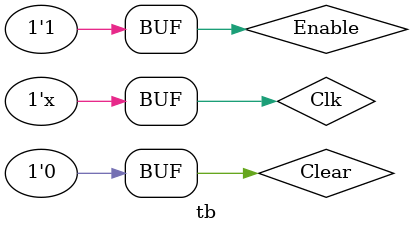
<source format=v>
`timescale 1ns / 1ps


module tb(

    );
    reg Clk;
    reg Enable;
    reg Clear;
    wire [7:0] Q;
     eightbit_counter count (Q,Enable,Clk,Clear);
     initial begin 
     Clk = 0;
     Enable = 0;
     Clear = 0;
    end
    always begin
        #5 Clk = ~Clk; 
    end
    initial begin
        #20 Enable = 1;
        #20 Clear = 1;
        #20 Clear = 0;
        #40 Enable = 0;
        #80 Enable = 1;
    end
endmodule

</source>
